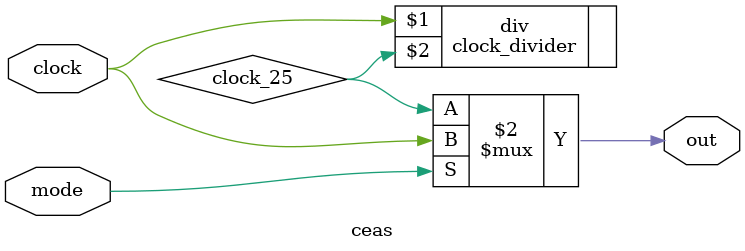
<source format=v>
module ceas (input clock, input mode, output out);

wire clock_25;

assign out = (mode==1) ? clock : clock_25;

clock_divider #(0) div(clock, clock_25);

endmodule 
</source>
